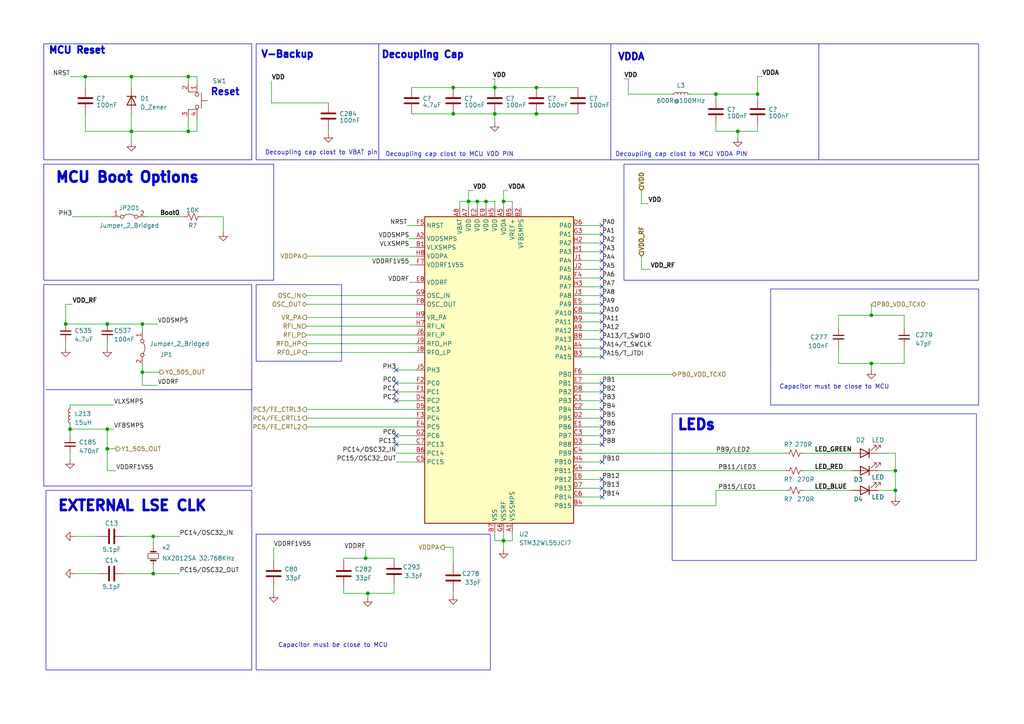
<source format=kicad_sch>
(kicad_sch (version 20230121) (generator eeschema)
  (paper "A4")
  (lib_symbols
    (symbol "Device:C" (pin_numbers hide) (pin_names (offset 0.254))
      (property "Reference" "C" (at 0.635 2.54 0))
      (property "Value" "C" (at 0.635 -2.54 0))
      (symbol "C_0_1"
        (polyline (pts (xy -2.032 -0.762) (xy 2.032 -0.762)) (stroke (width 0.508)))
        (polyline (pts (xy -2.032 0.762) (xy 2.032 0.762)) (stroke (width 0.508)))
      )
      (symbol "C_1_1"
        (pin passive line (at 0 3.81 270) (length 2.794) (name "~") (number "1"))
        (pin passive line (at 0 -3.81 90) (length 2.794) (name "~") (number "2"))
      )
    )
    (symbol "Device:C_Small" (pin_numbers hide) (pin_names (offset 0.254) hide)
      (property "Reference" "C" (at 0.254 1.778 0))
      (property "Value" "C_Small" (at 0.254 -2.032 0))
      (symbol "C_Small_0_1"
        (polyline (pts (xy -1.524 -0.508) (xy 1.524 -0.508)) (stroke (width 0.3302)))
        (polyline (pts (xy -1.524 0.508) (xy 1.524 0.508)) (stroke (width 0.3048)))
      )
      (symbol "C_Small_1_1"
        (pin passive line (at 0 2.54 270) (length 2.032) (name "~") (number "1"))
        (pin passive line (at 0 -2.54 90) (length 2.032) (name "~") (number "2"))
      )
    )
    (symbol "Device:Crystal_Small" (pin_numbers hide) (pin_names (offset 1.016) hide)
      (property "Reference" "Y" (at 0 2.54 0))
      (property "Value" "Crystal_Small" (at 0 -2.54 0))
      (symbol "Crystal_Small_0_1"
        (rectangle (start -0.762 -1.524) (end 0.762 1.524))
        (polyline (pts (xy -1.27 -0.762) (xy -1.27 0.762)) (stroke (width 0.381)))
        (polyline (pts (xy 1.27 -0.762) (xy 1.27 0.762)) (stroke (width 0.381)))
      )
      (symbol "Crystal_Small_1_1"
        (pin passive line (at -2.54 0 0) (length 1.27) (name "1") (number "1"))
        (pin passive line (at 2.54 0 180) (length 1.27) (name "2") (number "2"))
      )
    )
    (symbol "Device:D_Zener" (pin_numbers hide) (pin_names (offset 1.016) hide)
      (property "Reference" "D" (at 0 2.54 0))
      (property "Value" "D_Zener" (at 0 -2.54 0))
      (symbol "D_Zener_0_1"
        (polyline (pts (xy 1.27 0) (xy -1.27 0)))
        (polyline (pts (xy -1.27 -1.27) (xy -1.27 1.27) (xy -0.762 1.27)) (stroke (width 0.254)))
        (polyline (pts (xy 1.27 -1.27) (xy 1.27 1.27) (xy -1.27 0) (xy 1.27 -1.27)) (stroke (width 0.254)))
      )
      (symbol "D_Zener_1_1"
        (pin passive line (at -3.81 0 0) (length 2.54) (name "K") (number "1"))
        (pin passive line (at 3.81 0 180) (length 2.54) (name "A") (number "2"))
      )
    )
    (symbol "Device:LED" (pin_numbers hide) (pin_names (offset 1.016) hide)
      (property "Reference" "D" (at 0 2.54 0))
      (property "Value" "LED" (at 0 -2.54 0))
      (symbol "LED_0_1"
        (polyline (pts (xy -1.27 -1.27) (xy -1.27 1.27)) (stroke (width 0.254)))
        (polyline (pts (xy -1.27 0) (xy 1.27 0)))
        (polyline (pts (xy 1.27 -1.27) (xy 1.27 1.27) (xy -1.27 0) (xy 1.27 -1.27)) (stroke (width 0.254)))
        (polyline (pts (xy -3.048 -0.762) (xy -4.572 -2.286) (xy -3.81 -2.286) (xy -4.572 -2.286) (xy -4.572 -1.524)))
        (polyline (pts (xy -1.778 -0.762) (xy -3.302 -2.286) (xy -2.54 -2.286) (xy -3.302 -2.286) (xy -3.302 -1.524)))
      )
      (symbol "LED_1_1"
        (pin passive line (at -3.81 0 0) (length 2.54) (name "K") (number "1"))
        (pin passive line (at 3.81 0 180) (length 2.54) (name "A") (number "2"))
      )
    )
    (symbol "Device:L_Small" (pin_numbers hide) (pin_names (offset 0.254) hide)
      (property "Reference" "L" (at 0.762 1.016 0))
      (property "Value" "L_Small" (at 0.762 -1.016 0))
      (symbol "L_Small_0_1"
        (arc (start 0 -2.032) (mid 0.5058 -1.524) (end 0 -1.016))
        (arc (start 0 -1.016) (mid 0.5058 -0.508) (end 0 0))
        (arc (start 0 0) (mid 0.5058 0.508) (end 0 1.016))
        (arc (start 0 1.016) (mid 0.5058 1.524) (end 0 2.032))
      )
      (symbol "L_Small_1_1"
        (pin passive line (at 0 2.54 270) (length 0.508) (name "~") (number "1"))
        (pin passive line (at 0 -2.54 90) (length 0.508) (name "~") (number "2"))
      )
    )
    (symbol "Device:R_Small_US" (pin_numbers hide) (pin_names (offset 0.254) hide)
      (property "Reference" "R" (at 0.762 0.508 0))
      (property "Value" "R_Small_US" (at 0.762 -1.016 0))
      (symbol "R_Small_US_1_1"
        (polyline (pts (xy 0 0) (xy 1.016 -0.381) (xy 0 -0.762) (xy -1.016 -1.143) (xy 0 -1.524)))
        (polyline (pts (xy 0 1.524) (xy 1.016 1.143) (xy 0 0.762) (xy -1.016 0.381) (xy 0 0)))
        (pin passive line (at 0 2.54 270) (length 1.016) (name "~") (number "1"))
        (pin passive line (at 0 -2.54 90) (length 1.016) (name "~") (number "2"))
      )
    )
    (symbol "Jumper:Jumper_2_Bridged" (pin_names (offset 0) hide)
      (property "Reference" "JP" (at 0 1.905 0))
      (property "Value" "Jumper_2_Bridged" (at 0 -2.54 0))
      (symbol "Jumper_2_Bridged_0_0"
        (circle (center -2.032 0) (radius 0.508))
        (circle (center 2.032 0) (radius 0.508))
      )
      (symbol "Jumper_2_Bridged_0_1"
        (arc (start 1.524 0.254) (mid 0 0.762) (end -1.524 0.254))
      )
      (symbol "Jumper_2_Bridged_1_1"
        (pin passive line (at -5.08 0 0) (length 2.54) (name "A") (number "1"))
        (pin passive line (at 5.08 0 180) (length 2.54) (name "B") (number "2"))
      )
    )
    (symbol "MCU_ST_STM32WL:STM32WLE5JCIx"
      (property "Reference" "U2" (at 7.0359 -46.355 0))
      (property "Value" "STM32WL55JCI7" (at 7.0359 -48.895 0))
      (symbol "STM32WLE5JCIx_0_1"
        (rectangle (start -20.32 45.72) (end 22.86 -43.18) (stroke (width 0.254)) (fill (type background)))
      )
      (symbol "STM32WLE5JCIx_1_1"
        (pin power_in line (at 5.08 -45.72 90) (length 2.54) (name "VSSSMPS") (number "A1"))
        (pin power_in line (at -22.86 39.37 0) (length 2.54) (name "VDDSMPS") (number "A2"))
        (pin bidirectional line (at 25.4 7.62 180) (length 2.54) (name "PA14") (number "A4"))
        (pin power_in line (at 2.54 48.26 270) (length 2.54) (name "VDDA") (number "A5"))
        (pin power_in line (at -7.62 48.26 270) (length 2.54) (name "VDD") (number "A7"))
        (pin power_in line (at -10.16 48.26 270) (length 2.54) (name "VBAT") (number "A8"))
        (pin bidirectional line (at 25.4 12.7 180) (length 2.54) (name "PA12") (number "A9"))
        (pin power_in line (at -22.86 36.83 0) (length 2.54) (name "VLXSMPS") (number "B1"))
        (pin input line (at 7.62 48.26 270) (length 2.54) (name "VFBSMPS") (number "B2"))
        (pin bidirectional line (at 25.4 5.08 180) (length 2.54) (name "PA15") (number "B3"))
        (pin bidirectional line (at 25.4 -38.1 180) (length 2.54) (name "PB15") (number "B4"))
        (pin input line (at 5.08 48.26 270) (length 2.54) (name "VREF+") (number "B5"))
        (pin bidirectional line (at -22.86 -22.86 0) (length 2.54) (name "PC14") (number "B6"))
        (pin power_in line (at 0 -45.72 90) (length 2.54) (name "VSS") (number "B7"))
        (pin bidirectional line (at 25.4 10.16 180) (length 2.54) (name "PA13") (number "B8"))
        (pin bidirectional line (at 25.4 15.24 180) (length 2.54) (name "PA11") (number "B9"))
        (pin bidirectional line (at 25.4 -7.62 180) (length 2.54) (name "PB3") (number "C1"))
        (pin bidirectional line (at 25.4 -10.16 180) (length 2.54) (name "PB4") (number "C2"))
        (pin bidirectional line (at 25.4 -17.78 180) (length 2.54) (name "PB7") (number "C3"))
        (pin bidirectional line (at 25.4 -22.86 180) (length 2.54) (name "PB9") (number "C4"))
        (pin bidirectional line (at -22.86 -25.4 0) (length 2.54) (name "PC15") (number "C5"))
        (pin bidirectional line (at 25.4 -35.56 180) (length 2.54) (name "PB14") (number "C6"))
        (pin bidirectional line (at -22.86 -20.32 0) (length 2.54) (name "PC13") (number "C7"))
        (pin bidirectional line (at 25.4 17.78 180) (length 2.54) (name "PA10") (number "C8"))
        (pin bidirectional line (at 25.4 -12.7 180) (length 2.54) (name "PB5") (number "D2"))
        (pin bidirectional line (at 25.4 -20.32 180) (length 2.54) (name "PB8") (number "D3"))
        (pin bidirectional line (at -22.86 -7.62 0) (length 2.54) (name "PC2") (number "D4"))
        (pin bidirectional line (at -22.86 -10.16 0) (length 2.54) (name "PC3") (number "D5"))
        (pin bidirectional line (at 25.4 43.18 180) (length 2.54) (name "PA0") (number "D6"))
        (pin bidirectional line (at 25.4 -33.02 180) (length 2.54) (name "PB13") (number "D7"))
        (pin bidirectional line (at 25.4 -5.08 180) (length 2.54) (name "PB2") (number "D8"))
        (pin passive line (at 0 -45.72 90) (length 2.54) hide (name "VSS") (number "D9"))
        (pin bidirectional line (at 25.4 -15.24 180) (length 2.54) (name "PB6") (number "E1"))
        (pin power_in line (at -5.08 48.26 270) (length 2.54) (name "VDD") (number "E2"))
        (pin passive line (at 0 -45.72 90) (length 2.54) hide (name "VSS") (number "E3"))
        (pin bidirectional line (at -22.86 -15.24 0) (length 2.54) (name "PC5") (number "E4"))
        (pin bidirectional line (at 25.4 20.32 180) (length 2.54) (name "PA9") (number "E5"))
        (pin bidirectional line (at 25.4 -30.48 180) (length 2.54) (name "PB12") (number "E6"))
        (pin bidirectional line (at 25.4 -2.54 180) (length 2.54) (name "PB1") (number "E7"))
        (pin power_in line (at -22.86 26.67 0) (length 2.54) (name "VDDRF") (number "E8"))
        (pin power_in line (at -2.54 48.26 270) (length 2.54) (name "VDD") (number "E9"))
        (pin bidirectional line (at -22.86 -5.08 0) (length 2.54) (name "PC1") (number "F1"))
        (pin bidirectional line (at -22.86 -2.54 0) (length 2.54) (name "PC0") (number "F2"))
        (pin bidirectional line (at -22.86 -12.7 0) (length 2.54) (name "PC4") (number "F3"))
        (pin bidirectional line (at 25.4 27.94 180) (length 2.54) (name "PA6") (number "F4"))
        (pin input line (at -22.86 43.18 0) (length 2.54) (name "NRST") (number "F5"))
        (pin bidirectional line (at 25.4 0 180) (length 2.54) (name "PB0") (number "F6"))
        (pin power_in line (at -22.86 31.75 0) (length 2.54) (name "VDDRF1V55") (number "F7"))
        (pin input line (at -22.86 20.32 0) (length 2.54) (name "OSC_OUT") (number "F8"))
        (pin bidirectional line (at -22.86 -17.78 0) (length 2.54) (name "PC6") (number "G2"))
        (pin bidirectional line (at 25.4 40.64 180) (length 2.54) (name "PA1") (number "G3"))
        (pin bidirectional line (at 25.4 -27.94 180) (length 2.54) (name "PB11") (number "G4"))
        (pin passive line (at 0 -45.72 90) (length 2.54) hide (name "VSS") (number "G5"))
        (pin power_in line (at 2.54 -45.72 90) (length 2.54) (name "VSSRF") (number "G6"))
        (pin passive line (at 2.54 -45.72 90) (length 2.54) hide (name "VSSRF") (number "G7"))
        (pin passive line (at 2.54 -45.72 90) (length 2.54) hide (name "VSSRF") (number "G8"))
        (pin input line (at -22.86 22.86 0) (length 2.54) (name "OSC_IN") (number "G9"))
        (pin bidirectional line (at 25.4 35.56 180) (length 2.54) (name "PA3") (number "H1"))
        (pin bidirectional line (at 25.4 38.1 180) (length 2.54) (name "PA2") (number "H2"))
        (pin bidirectional line (at 25.4 25.4 180) (length 2.54) (name "PA7") (number "H3"))
        (pin bidirectional line (at 25.4 -25.4 180) (length 2.54) (name "PB10") (number "H4"))
        (pin power_in line (at 0 48.26 270) (length 2.54) (name "VDD") (number "H5"))
        (pin passive line (at 2.54 -45.72 90) (length 2.54) hide (name "VSSRF") (number "H6"))
        (pin bidirectional line (at -22.86 13.97 0) (length 2.54) (name "RFI_N") (number "H7"))
        (pin power_in line (at -22.86 34.29 0) (length 2.54) (name "VDDPA") (number "H8"))
        (pin power_in line (at -22.86 16.51 0) (length 2.54) (name "VR_PA") (number "H9"))
        (pin bidirectional line (at 25.4 33.02 180) (length 2.54) (name "PA4") (number "J1"))
        (pin bidirectional line (at 25.4 30.48 180) (length 2.54) (name "PA5") (number "J2"))
        (pin bidirectional line (at 25.4 22.86 180) (length 2.54) (name "PA8") (number "J3"))
        (pin bidirectional line (at -22.86 1.27 0) (length 2.54) (name "PH3") (number "J5"))
        (pin bidirectional line (at -22.86 11.43 0) (length 2.54) (name "RFI_P") (number "J6"))
        (pin bidirectional line (at -22.86 6.35 0) (length 2.54) (name "RFO_LP") (number "J8"))
        (pin bidirectional line (at -22.86 8.89 0) (length 2.54) (name "RFO_HP") (number "J9"))
      )
    )
    (symbol "Switch:SW_MEC_5E" (pin_names (offset 1.016) hide)
      (property "Reference" "SW" (at 0.635 5.715 0))
      (property "Value" "SW_MEC_5E" (at 0 -3.175 0))
      (symbol "SW_MEC_5E_0_1"
        (circle (center -1.778 2.54) (radius 0.508))
        (polyline (pts (xy -2.286 3.81) (xy 2.286 3.81)))
        (polyline (pts (xy 0 3.81) (xy 0 5.588)))
        (polyline (pts (xy -2.54 0) (xy -2.54 2.54) (xy -2.286 2.54)))
        (polyline (pts (xy 2.54 0) (xy 2.54 2.54) (xy 2.286 2.54)))
        (circle (center 1.778 2.54) (radius 0.508))
        (pin passive line (at -5.08 2.54 0) (length 2.54) (name "1") (number "1"))
        (pin passive line (at -5.08 0 0) (length 2.54) (name "2") (number "2"))
        (pin passive line (at 5.08 0 180) (length 2.54) (name "K") (number "3"))
        (pin passive line (at 5.08 2.54 180) (length 2.54) (name "A") (number "4"))
      )
    )
    (symbol "power:GND" (power) (pin_names (offset 0))
      (property "Value" "GND" (at 0 -3.81 0))
      (symbol "GND_0_1"
        (polyline (pts (xy 0 0) (xy 0 -1.27) (xy 1.27 -1.27) (xy 0 -2.54) (xy -1.27 -1.27) (xy 0 -1.27)))
      )
      (symbol "GND_1_1"
        (pin power_in line (at 0 0 270) (length 0) hide (name "GND") (number "1"))
      )
    )
  )
  (junction (at 146.05 58.42))
  (junction (at 54.61 22.225))
  (junction (at 259.715 142.24))
  (junction (at 19.05 93.98))
  (junction (at 41.275 107.95))
  (junction (at 106.68 172.085))
  (junction (at 54.61 38.1))
  (junction (at 135.89 58.42))
  (junction (at 146.05 156.845))
  (junction (at 31.115 93.98))
  (junction (at 20.32 124.46))
  (junction (at 131.445 33.02))
  (junction (at 213.995 38.1))
  (junction (at 252.73 105.41))
  (junction (at 31.115 124.46))
  (junction (at 38.1 22.225))
  (junction (at 143.51 25.4))
  (junction (at 31.115 130.175))
  (junction (at 38.1 38.1))
  (junction (at 106.045 161.925))
  (junction (at 41.275 93.98))
  (junction (at 252.73 91.44))
  (junction (at 143.51 33.02))
  (junction (at 138.43 58.42))
  (junction (at 131.445 25.4))
  (junction (at 259.715 136.525))
  (junction (at 44.45 155.575))
  (junction (at 24.765 22.225))
  (junction (at 44.45 166.37))
  (junction (at 207.645 27.305))
  (junction (at 155.575 33.02))
  (junction (at 140.97 58.42))
  (junction (at 155.575 25.4))
  (junction (at 219.71 27.305))
  (no_connect (at 174.625 85.725))
  (no_connect (at 174.625 141.605))
  (no_connect (at 174.625 144.145))
  (no_connect (at 174.625 126.365))
  (no_connect (at 174.625 88.265))
  (no_connect (at 174.625 116.205))
  (no_connect (at 174.625 78.105))
  (no_connect (at 174.625 93.345))
  (no_connect (at 174.625 103.505))
  (no_connect (at 174.625 70.485))
  (no_connect (at 174.625 67.945))
  (no_connect (at 114.935 107.315))
  (no_connect (at 174.625 95.885))
  (no_connect (at 174.625 98.425))
  (no_connect (at 174.625 80.645))
  (no_connect (at 174.625 83.185))
  (no_connect (at 174.625 133.985))
  (no_connect (at 174.625 90.805))
  (no_connect (at 174.625 139.065))
  (no_connect (at 174.625 65.405))
  (no_connect (at 174.625 123.825))
  (no_connect (at 174.625 111.125))
  (no_connect (at 174.625 100.965))
  (no_connect (at 114.935 111.125))
  (no_connect (at 174.625 121.285))
  (no_connect (at 114.935 113.665))
  (no_connect (at 174.625 75.565))
  (no_connect (at 114.935 116.205))
  (no_connect (at 114.935 128.905))
  (no_connect (at 174.625 118.745))
  (no_connect (at 174.625 128.905))
  (no_connect (at 114.935 126.365))
  (no_connect (at 174.625 73.025))
  (no_connect (at 174.625 113.665))
  (wire (pts (xy 118.745 81.915) (xy 120.65 81.915)))
  (wire (pts (xy 19.05 99.06) (xy 19.05 100.965)))
  (wire (pts (xy 213.995 38.1) (xy 213.995 40.005)))
  (wire (pts (xy 259.715 136.525) (xy 259.715 142.24)))
  (wire (pts (xy 88.9 94.615) (xy 120.65 94.615)))
  (wire (pts (xy 168.91 128.905) (xy 174.625 128.905)))
  (wire (pts (xy 131.445 171.45) (xy 131.445 172.72)))
  (wire (pts (xy 41.275 106.045) (xy 41.275 107.95)))
  (wire (pts (xy 118.745 69.215) (xy 120.65 69.215)))
  (wire (pts (xy 120.65 118.745) (xy 88.9 118.745)))
  (wire (pts (xy 186.055 74.295) (xy 186.055 78.105)))
  (wire (pts (xy 243.205 91.44) (xy 252.73 91.44)))
  (wire (pts (xy 146.05 154.305) (xy 146.05 156.845)))
  (wire (pts (xy 168.91 141.605) (xy 174.625 141.605)))
  (wire (pts (xy 252.73 91.44) (xy 262.255 91.44)))
  (wire (pts (xy 252.73 88.265) (xy 252.73 91.44)))
  (wire (pts (xy 168.91 88.265) (xy 174.625 88.265)))
  (wire (pts (xy 207.645 142.24) (xy 207.645 146.685)))
  (wire (pts (xy 143.51 33.02) (xy 155.575 33.02)))
  (wire (pts (xy 42.545 62.865) (xy 53.34 62.865)))
  (wire (pts (xy 168.91 65.405) (xy 174.625 65.405)))
  (wire (pts (xy 118.11 65.405) (xy 120.65 65.405)))
  (wire (pts (xy 88.9 99.695) (xy 120.65 99.695)))
  (wire (pts (xy 146.05 156.845) (xy 148.59 156.845)))
  (wire (pts (xy 186.055 55.245) (xy 186.055 59.055)))
  (wire (pts (xy 78.74 29.845) (xy 95.25 29.845)))
  (wire (pts (xy 31.115 99.06) (xy 31.115 100.965)))
  (wire (pts (xy 54.61 34.29) (xy 54.61 38.1)))
  (wire (pts (xy 252.73 105.41) (xy 262.255 105.41)))
  (wire (pts (xy 143.51 22.86) (xy 143.51 25.4)))
  (wire (pts (xy 119.38 33.02) (xy 131.445 33.02)))
  (wire (pts (xy 20.32 117.475) (xy 20.32 118.11)))
  (wire (pts (xy 168.91 80.645) (xy 174.625 80.645)))
  (wire (pts (xy 24.765 22.225) (xy 24.765 25.4)))
  (wire (pts (xy 114.935 107.315) (xy 120.65 107.315)))
  (wire (pts (xy 118.745 76.835) (xy 120.65 76.835)))
  (wire (pts (xy 168.91 133.985) (xy 174.625 133.985)))
  (wire (pts (xy 143.51 156.845) (xy 146.05 156.845)))
  (wire (pts (xy 118.745 71.755) (xy 120.65 71.755)))
  (wire (pts (xy 24.765 22.225) (xy 20.32 22.225)))
  (wire (pts (xy 41.275 111.76) (xy 41.275 107.95)))
  (wire (pts (xy 168.91 118.745) (xy 174.625 118.745)))
  (wire (pts (xy 38.1 22.225) (xy 38.1 25.4)))
  (wire (pts (xy 120.65 116.205) (xy 114.935 116.205)))
  (wire (pts (xy 54.61 22.225) (xy 54.61 24.13)))
  (wire (pts (xy 20.32 131.445) (xy 20.32 133.35)))
  (wire (pts (xy 252.73 105.41) (xy 252.73 107.315)))
  (wire (pts (xy 243.205 100.33) (xy 243.205 105.41)))
  (wire (pts (xy 88.9 97.155) (xy 120.65 97.155)))
  (wire (pts (xy 78.74 23.495) (xy 78.74 29.845)))
  (wire (pts (xy 38.1 38.1) (xy 38.1 41.275)))
  (wire (pts (xy 207.645 36.195) (xy 207.645 38.1)))
  (wire (pts (xy 31.115 124.46) (xy 20.32 124.46)))
  (wire (pts (xy 168.91 111.125) (xy 174.625 111.125)))
  (wire (pts (xy 19.05 88.265) (xy 20.955 88.265)))
  (wire (pts (xy 233.045 142.24) (xy 247.015 142.24)))
  (wire (pts (xy 168.91 78.105) (xy 174.625 78.105)))
  (wire (pts (xy 168.91 75.565) (xy 174.625 75.565)))
  (wire (pts (xy 135.89 60.325) (xy 135.89 58.42)))
  (wire (pts (xy 31.115 124.46) (xy 31.115 130.175)))
  (wire (pts (xy 33.02 117.475) (xy 20.32 117.475)))
  (wire (pts (xy 106.045 161.925) (xy 114.3 161.925)))
  (wire (pts (xy 41.275 107.95) (xy 46.355 107.95)))
  (wire (pts (xy 207.645 27.305) (xy 207.645 28.575)))
  (wire (pts (xy 186.055 59.055) (xy 187.96 59.055)))
  (wire (pts (xy 259.715 142.24) (xy 259.715 144.145)))
  (wire (pts (xy 44.45 155.575) (xy 52.07 155.575)))
  (polyline (pts (xy 237.49 12.7) (xy 237.49 46.355)))
  (wire (pts (xy 155.575 25.4) (xy 167.64 25.4)))
  (wire (pts (xy 243.205 91.44) (xy 243.205 95.25)))
  (wire (pts (xy 128.905 158.75) (xy 131.445 158.75)))
  (wire (pts (xy 140.97 58.42) (xy 143.51 58.42)))
  (wire (pts (xy 57.15 22.225) (xy 54.61 22.225)))
  (wire (pts (xy 79.375 158.75) (xy 79.375 162.56)))
  (wire (pts (xy 54.61 22.225) (xy 38.1 22.225)))
  (wire (pts (xy 135.89 55.245) (xy 137.16 55.245)))
  (wire (pts (xy 168.91 90.805) (xy 174.625 90.805)))
  (wire (pts (xy 31.115 130.175) (xy 31.115 136.525)))
  (wire (pts (xy 168.91 67.945) (xy 174.625 67.945)))
  (wire (pts (xy 168.91 126.365) (xy 174.625 126.365)))
  (wire (pts (xy 88.9 85.725) (xy 120.65 85.725)))
  (wire (pts (xy 168.91 103.505) (xy 174.625 103.505)))
  (wire (pts (xy 168.91 116.205) (xy 174.625 116.205)))
  (wire (pts (xy 243.205 105.41) (xy 252.73 105.41)))
  (wire (pts (xy 88.9 102.235) (xy 120.65 102.235)))
  (wire (pts (xy 259.715 142.24) (xy 254.635 142.24)))
  (wire (pts (xy 146.05 58.42) (xy 148.59 58.42)))
  (wire (pts (xy 219.71 27.305) (xy 219.71 28.575)))
  (wire (pts (xy 31.115 93.98) (xy 41.275 93.98)))
  (wire (pts (xy 168.91 108.585) (xy 194.945 108.585)))
  (wire (pts (xy 143.51 35.56) (xy 143.51 33.02)))
  (wire (pts (xy 135.89 58.42) (xy 133.35 58.42)))
  (wire (pts (xy 213.995 38.1) (xy 219.71 38.1)))
  (polyline (pts (xy 13.335 113.03) (xy 17.145 113.03)))
  (wire (pts (xy 140.97 58.42) (xy 140.97 60.325)))
  (wire (pts (xy 168.91 100.965) (xy 174.625 100.965)))
  (polyline (pts (xy 177.165 12.7) (xy 177.165 46.355)))
  (wire (pts (xy 119.38 25.4) (xy 131.445 25.4)))
  (wire (pts (xy 262.255 91.44) (xy 262.255 95.25)))
  (wire (pts (xy 168.91 98.425) (xy 174.625 98.425)))
  (wire (pts (xy 131.445 25.4) (xy 143.51 25.4)))
  (wire (pts (xy 44.45 166.37) (xy 52.07 166.37)))
  (wire (pts (xy 120.65 113.665) (xy 114.935 113.665)))
  (wire (pts (xy 207.645 146.685) (xy 168.91 146.685)))
  (wire (pts (xy 99.695 172.085) (xy 106.68 172.085)))
  (wire (pts (xy 38.1 33.02) (xy 38.1 38.1)))
  (wire (pts (xy 146.05 55.245) (xy 147.32 55.245)))
  (wire (pts (xy 31.115 136.525) (xy 33.655 136.525)))
  (wire (pts (xy 182.245 22.86) (xy 182.245 27.305)))
  (wire (pts (xy 219.71 22.225) (xy 219.71 27.305)))
  (wire (pts (xy 120.65 121.285) (xy 88.9 121.285)))
  (wire (pts (xy 44.45 163.83) (xy 44.45 166.37)))
  (wire (pts (xy 33.02 124.46) (xy 31.115 124.46)))
  (wire (pts (xy 120.65 126.365) (xy 114.935 126.365)))
  (wire (pts (xy 88.9 74.295) (xy 120.65 74.295)))
  (wire (pts (xy 254.635 136.525) (xy 259.715 136.525)))
  (wire (pts (xy 64.77 62.865) (xy 58.42 62.865)))
  (wire (pts (xy 24.765 38.1) (xy 38.1 38.1)))
  (wire (pts (xy 138.43 58.42) (xy 140.97 58.42)))
  (wire (pts (xy 219.71 38.1) (xy 219.71 36.195)))
  (wire (pts (xy 120.65 133.985) (xy 114.935 133.985)))
  (wire (pts (xy 146.05 60.325) (xy 146.05 58.42)))
  (wire (pts (xy 146.05 55.245) (xy 146.05 58.42)))
  (wire (pts (xy 146.05 156.845) (xy 146.05 159.385)))
  (wire (pts (xy 21.59 166.37) (xy 28.575 166.37)))
  (wire (pts (xy 20.32 126.365) (xy 20.32 124.46)))
  (wire (pts (xy 19.05 93.98) (xy 31.115 93.98)))
  (wire (pts (xy 182.245 27.305) (xy 194.945 27.305)))
  (wire (pts (xy 38.1 38.1) (xy 54.61 38.1)))
  (wire (pts (xy 219.71 22.225) (xy 220.98 22.225)))
  (wire (pts (xy 168.91 95.885) (xy 174.625 95.885)))
  (wire (pts (xy 135.89 55.245) (xy 135.89 58.42)))
  (wire (pts (xy 20.955 62.865) (xy 32.385 62.865)))
  (wire (pts (xy 143.51 58.42) (xy 143.51 60.325)))
  (wire (pts (xy 168.91 131.445) (xy 227.965 131.445)))
  (wire (pts (xy 168.91 123.825) (xy 174.625 123.825)))
  (wire (pts (xy 131.445 33.02) (xy 143.51 33.02)))
  (wire (pts (xy 64.77 67.31) (xy 64.77 62.865)))
  (wire (pts (xy 168.91 121.285) (xy 174.625 121.285)))
  (wire (pts (xy 168.91 85.725) (xy 174.625 85.725)))
  (wire (pts (xy 168.91 73.025) (xy 174.625 73.025)))
  (wire (pts (xy 254.635 131.445) (xy 259.715 131.445)))
  (wire (pts (xy 114.3 172.085) (xy 114.3 169.545)))
  (wire (pts (xy 19.05 88.265) (xy 19.05 93.98)))
  (wire (pts (xy 168.91 139.065) (xy 174.625 139.065)))
  (wire (pts (xy 45.72 111.76) (xy 41.275 111.76)))
  (wire (pts (xy 95.25 37.465) (xy 95.25 38.735)))
  (wire (pts (xy 36.195 155.575) (xy 44.45 155.575)))
  (wire (pts (xy 233.045 131.445) (xy 247.015 131.445)))
  (wire (pts (xy 168.91 70.485) (xy 174.625 70.485)))
  (wire (pts (xy 41.275 93.98) (xy 41.275 95.885)))
  (wire (pts (xy 186.055 78.105) (xy 188.595 78.105)))
  (wire (pts (xy 88.9 88.265) (xy 120.65 88.265)))
  (wire (pts (xy 54.61 38.1) (xy 57.15 38.1)))
  (wire (pts (xy 24.765 33.02) (xy 24.765 38.1)))
  (wire (pts (xy 79.375 170.18) (xy 79.375 172.085)))
  (wire (pts (xy 148.59 58.42) (xy 148.59 60.325)))
  (wire (pts (xy 106.045 159.385) (xy 106.045 161.925)))
  (wire (pts (xy 168.91 144.145) (xy 174.625 144.145)))
  (wire (pts (xy 120.65 131.445) (xy 114.935 131.445)))
  (wire (pts (xy 207.645 27.305) (xy 219.71 27.305)))
  (wire (pts (xy 20.32 124.46) (xy 20.32 123.19)))
  (wire (pts (xy 155.575 33.02) (xy 167.64 33.02)))
  (wire (pts (xy 99.695 170.18) (xy 99.695 172.085)))
  (wire (pts (xy 57.15 24.13) (xy 57.15 22.225)))
  (wire (pts (xy 138.43 58.42) (xy 138.43 60.325)))
  (wire (pts (xy 120.65 111.125) (xy 114.935 111.125)))
  (wire (pts (xy 207.645 38.1) (xy 213.995 38.1)))
  (wire (pts (xy 207.645 142.24) (xy 227.965 142.24)))
  (wire (pts (xy 38.1 22.225) (xy 24.765 22.225)))
  (wire (pts (xy 131.445 158.75) (xy 131.445 163.83)))
  (wire (pts (xy 31.115 130.175) (xy 33.655 130.175)))
  (wire (pts (xy 168.91 83.185) (xy 174.625 83.185)))
  (wire (pts (xy 106.045 161.925) (xy 99.695 161.925)))
  (wire (pts (xy 36.195 166.37) (xy 44.45 166.37)))
  (wire (pts (xy 143.51 154.305) (xy 143.51 156.845)))
  (wire (pts (xy 120.65 128.905) (xy 114.935 128.905)))
  (polyline (pts (xy 17.145 113.03) (xy 73.025 113.03)))
  (polyline (pts (xy 109.855 12.7) (xy 109.855 46.355)))
  (wire (pts (xy 168.91 93.345) (xy 174.625 93.345)))
  (wire (pts (xy 88.9 123.825) (xy 120.65 123.825)))
  (wire (pts (xy 106.68 172.085) (xy 114.3 172.085)))
  (wire (pts (xy 168.91 113.665) (xy 174.625 113.665)))
  (wire (pts (xy 21.59 155.575) (xy 28.575 155.575)))
  (wire (pts (xy 180.975 22.86) (xy 182.245 22.86)))
  (wire (pts (xy 168.91 136.525) (xy 227.965 136.525)))
  (wire (pts (xy 148.59 156.845) (xy 148.59 154.305)))
  (wire (pts (xy 259.715 131.445) (xy 259.715 136.525)))
  (wire (pts (xy 135.89 58.42) (xy 138.43 58.42)))
  (wire (pts (xy 143.51 25.4) (xy 155.575 25.4)))
  (wire (pts (xy 133.35 58.42) (xy 133.35 60.325)))
  (wire (pts (xy 200.025 27.305) (xy 207.645 27.305)))
  (wire (pts (xy 88.9 92.075) (xy 120.65 92.075)))
  (wire (pts (xy 57.15 38.1) (xy 57.15 34.29)))
  (wire (pts (xy 142.875 22.86) (xy 143.51 22.86)))
  (wire (pts (xy 106.68 172.085) (xy 106.68 173.355)))
  (wire (pts (xy 44.45 158.75) (xy 44.45 155.575)))
  (wire (pts (xy 41.275 93.98) (xy 45.72 93.98)))
  (wire (pts (xy 99.695 161.925) (xy 99.695 162.56)))
  (wire (pts (xy 262.255 105.41) (xy 262.255 100.33)))
  (wire (pts (xy 233.045 136.525) (xy 247.015 136.525)))
  (rectangle (start 12.7 12.7) (end 73.025 46.355))
  (rectangle (start 12.7 47.625) (end 79.375 81.28))
  (rectangle (start 13.335 142.24) (end 73.025 194.31))
  (rectangle (start 74.295 82.55) (end 99.06 104.775))
  (rectangle (start 74.295 154.94) (end 142.24 194.31))
  (rectangle (start 180.975 47.625) (end 283.845 81.28))
  (rectangle (start 223.52 83.82) (end 283.845 117.475))
  (rectangle (start 74.295 12.7) (end 283.845 46.355))
  (rectangle (start 12.7 82.55) (end 73.025 140.97))
  (rectangle (start 194.945 120.015) (end 283.21 162.56))
  (text "VDDA\n" (at 179.07 17.78 0) (effects (font (size 2 2) (thickness 1) bold) (justify left bottom)))
  (text "MCU Boot Options" (at 15.875 53.34 0) (effects (font (size 3 3) (thickness 1) bold) (justify left bottom)))
  (text "LEDs\n" (at 196.215 125.095 0) (effects (font (size 3 3) (thickness 1) bold) (justify left bottom)))
  (text "Capacitor must be close to MCU\n" (at 80.645 187.96 0) (effects (font (size 1.27 1.27)) (justify left bottom)))
  (text "Decoupling cap clost to MCU VDDA PIN\n\n" (at 178.435 47.625 0) (effects (font (size 1.27 1.27)) (justify left bottom)))
  (text "Decoupling Cap\n" (at 110.49 17.145 0) (effects (font (size 2 2) (thickness 1) bold) (justify left bottom)))
  (text "MCU Reset" (at 13.97 15.875 0) (effects (font (size 2 2) (thickness 1) bold) (justify left bottom)))
  (text "Decoupling cap clost to VBAT pin\n" (at 76.835 45.085 0) (effects (font (size 1.27 1.27)) (justify left bottom)))
  (text "Decoupling cap clost to MCU VDD PIN\n\n" (at 111.76 47.625 0) (effects (font (size 1.27 1.27)) (justify left bottom)))
  (text "Capacitor must be close to MCU\n" (at 226.06 113.03 0) (effects (font (size 1.27 1.27)) (justify left bottom)))
  (text "V-Backup\n\n\n" (at 75.565 23.495 0) (effects (font (size 2 2) (thickness 1) bold) (justify left bottom)))
  (text "EXTERNAL LSE CLK\n" (at 16.51 148.59 0) (effects (font (size 3 3) (thickness 1) bold) (justify left bottom)))
  (text "Reset" (at 60.96 27.94 0) (effects (font (size 2 2) (thickness 0.4) bold) (justify left bottom)))
  (label "PA13{slash}T_SWDIO" (at 174.625 98.425 0))
  (label "LED_BLUE" (at 236.22 142.24 0) (effects (font bold)))
  (label "PA3" (at 174.625 73.025 0))
  (label "VDDRF1V55" (at 33.655 136.525 0))
  (label "PC2" (at 114.935 116.205 180))
  (label "PA11" (at 174.625 93.345 0))
  (label "VDD" (at 137.16 55.245 0) (effects (font bold)))
  (label "VDD" (at 78.74 23.495 0) (effects (font bold)))
  (label "PB14" (at 174.625 144.145 0))
  (label "VDD" (at 180.975 22.86 0) (effects (font bold)))
  (label "VLXSMPS" (at 33.02 117.475 0))
  (label "PB12" (at 174.625 139.065 0))
  (label "PH3" (at 114.935 107.315 180))
  (label "VDDSMPS" (at 45.72 93.98 0))
  (label "VDDRF1V55" (at 79.375 158.75 0))
  (label "NRST" (at 20.32 22.225 180))
  (label "PC15{slash}OSC32_OUT" (at 52.07 166.37 0))
  (label "PB13" (at 174.625 141.605 0))
  (label "NRST" (at 118.11 65.405 180))
  (label "VDDRF1V55" (at 118.745 76.835 180))
  (label "LED_GREEN" (at 236.22 131.445 0) (effects (font bold)))
  (label "PA15{slash}T_JTDI" (at 174.625 103.505 0))
  (label "PA6" (at 174.625 80.645 0))
  (label "PC6" (at 114.935 126.365 180))
  (label "LED_RED" (at 236.22 136.525 0) (effects (font bold)))
  (label "PA7" (at 174.625 83.185 0))
  (label "PB4" (at 174.625 118.745 0))
  (label "PH3" (at 20.955 62.865 180))
  (label "VDDRF" (at 106.045 159.385 180))
  (label "PC15{slash}OSC32_OUT" (at 114.935 133.985 180))
  (label "VFBSMPS" (at 33.02 124.46 0))
  (label "VDD_RF" (at 188.595 78.105 0) (effects (font bold)))
  (label "PB7" (at 174.625 126.365 0))
  (label "VDDSMPS" (at 118.745 69.215 180))
  (label "PA9" (at 174.625 88.265 0))
  (label "PC14{slash}OSC32_IN" (at 114.935 131.445 180))
  (label "PC13" (at 114.935 128.905 180))
  (label "PB9{slash}LED2" (at 207.645 131.445 0))
  (label "PA2" (at 174.625 70.485 0))
  (label "PA14{slash}T_SWCLK" (at 174.625 100.965 0))
  (label "PA12" (at 174.625 95.885 0))
  (label "PC1" (at 114.935 113.665 180))
  (label "PB3" (at 174.625 116.205 0))
  (label "PA5" (at 174.625 78.105 0))
  (label "VDD" (at 187.96 59.055 0) (effects (font bold)))
  (label "PB5" (at 174.625 121.285 0))
  (label "PA10" (at 174.625 90.805 0))
  (label "VDDA" (at 147.32 55.245 0) (effects (font bold)))
  (label "VDD_RF" (at 20.955 88.265 0) (effects (font bold)))
  (label "PA8" (at 174.625 85.725 0))
  (label "VDD" (at 142.875 22.86 0) (effects (font bold)))
  (label "PB11{slash}LED3" (at 208.28 136.525 0))
  (label "PC14{slash}OSC32_IN" (at 52.07 155.575 0))
  (label "PB15{slash}LED1" (at 208.28 142.24 0))
  (label "PB10" (at 174.625 133.985 0))
  (label "VDDRF" (at 45.72 111.76 0))
  (label "VLXSMPS" (at 118.745 71.755 180))
  (label "VDDRF" (at 118.745 81.915 180))
  (label "PA4" (at 174.625 75.565 0))
  (label "PB1" (at 174.625 111.125 0))
  (label "PB8" (at 174.625 128.905 0))
  (label "PB6" (at 174.625 123.825 0))
  (label "PA1" (at 174.625 67.945 0))
  (label "Boot0" (at 46.355 62.865 0) (effects (font bold)))
  (label "VDDA" (at 220.98 22.225 0) (effects (font bold)))
  (label "PA0" (at 174.625 65.405 0))
  (label "PC0" (at 114.935 111.125 180))
  (label "PB2" (at 174.625 113.665 0))
  (hierarchical_label "PB0_VDD_TCXO" (shape bidirectional) (at 194.945 108.585 0))
  (hierarchical_label "VDD_RF" (shape input) (at 186.055 74.295 90) (effects (font bold)))
  (hierarchical_label "RFI_N" (shape input) (at 88.9 94.615 180))
  (hierarchical_label "VDDPA" (shape output) (at 128.905 158.75 180))
  (hierarchical_label "VDDPA" (shape output) (at 88.9 74.295 180))
  (hierarchical_label "PB0_VDD_TCXO" (shape input) (at 252.73 88.265 0))
  (hierarchical_label "RFO_HP" (shape output) (at 88.9 99.695 180))
  (hierarchical_label "Y1_505_OUT" (shape output) (at 33.655 130.175 0))
  (hierarchical_label "RFI_P" (shape input) (at 88.9 97.155 180))
  (hierarchical_label "RFO_LP" (shape output) (at 88.9 102.235 180))
  (hierarchical_label "VDD" (shape input) (at 186.055 55.245 90) (effects (font bold)))
  (hierarchical_label "PC3{slash}FE_CTRL3" (shape output) (at 88.9 118.745 180))
  (hierarchical_label "OSC_OUT" (shape bidirectional) (at 88.9 88.265 180))
  (hierarchical_label "PC4{slash}FE_CRTL1" (shape output) (at 88.9 121.285 180))
  (hierarchical_label "OSC_IN" (shape bidirectional) (at 88.9 85.725 180))
  (hierarchical_label "PC5{slash}FE_CRTL2" (shape output) (at 88.9 123.825 180))
  (hierarchical_label "Y0_505_OUT" (shape output) (at 46.355 107.95 0))
  (hierarchical_label "VR_PA" (shape output) (at 88.9 92.075 180))
  (symbol (lib_id "Jumper:Jumper_2_Bridged") (at 41.275 100.965 270) (unit 1)
    (property "Reference" "JP1" (at 48.26 102.87 90))
    (property "Value" "Jumper_2_Bridged" (at 52.07 99.695 90))
  )
  (symbol (lib_id "Device:C") (at 155.575 29.21 0) (unit 1)
    (property "Reference" "C?" (at 158.75 28.575 0) (effects (justify left)))
    (property "Value" "100nF" (at 158.75 30.48 0) (effects (justify left)))
  )
  (symbol (lib_id "Device:C") (at 131.445 167.64 180) (unit 1)
    (property "Reference" "C278" (at 136.525 166.37 0))
    (property "Value" "33pF" (at 137.16 168.91 0))
  )
  (symbol (lib_id "Device:D_Zener") (at 38.1 29.21 270) (unit 1)
    (property "Reference" "D1" (at 40.64 28.575 90) (effects (justify left)))
    (property "Value" "D_Zener" (at 40.64 31.115 90) (effects (justify left)))
  )
  (symbol (lib_id "Device:C_Small") (at 262.255 97.79 0) (unit 1)
    (property "Reference" "C279" (at 265.43 97.1613 0) (effects (justify left)))
    (property "Value" "47pF" (at 265.43 99.7013 0) (effects (justify left)))
  )
  (symbol (lib_id "Device:C") (at 32.385 166.37 90) (unit 1)
    (property "Reference" "C14" (at 32.385 162.56 90))
    (property "Value" "5.1pF" (at 32.385 170.18 90))
  )
  (symbol (lib_id "Device:C_Small") (at 19.05 96.52 0) (unit 1)
    (property "Reference" "C535" (at 21.59 95.8913 0) (effects (justify left)))
    (property "Value" "4.7uF" (at 21.59 98.4313 0) (effects (justify left)))
    (instances (project "beta_prototype" (path "" (reference "C535") (unit 1)) (path "" (reference "C18") (unit 1))) (project "sensor-hw" (path "" (reference "C535") (unit 1))))
  )
  (symbol (lib_id "Device:LED") (at 250.825 131.445 180) (unit 1)
    (property "Reference" "D2" (at 249.555 127.635 0))
    (property "Value" "LED" (at 254.635 127.635 0))
  )
  (symbol (lib_id "Device:C") (at 219.71 32.385 0) (unit 1)
    (property "Reference" "C?" (at 222.885 31.75 0) (effects (justify left)))
    (property "Value" "100nF" (at 222.885 33.655 0) (effects (justify left)))
  )
  (symbol (lib_id "power:GND") (at 38.1 41.275 0) (unit 1)
    (property "Reference" "#PWR019" (effects hide))
    (property "Value" "GND" (effects hide))
  )
  (symbol (lib_id "Device:LED") (at 250.825 136.525 180) (unit 1)
    (property "Reference" "D3" (at 248.92 139.065 0))
    (property "Value" "LED" (at 254.635 138.43 0))
  )
  (symbol (lib_id "Device:C") (at 99.695 166.37 180) (unit 1)
    (property "Reference" "C282" (at 105.41 165.1 0))
    (property "Value" "33pF" (at 105.41 167.64 0))
  )
  (symbol (lib_id "Device:C") (at 95.25 33.655 0) (unit 1)
    (property "Reference" "C284" (at 98.425 33.02 0) (effects (justify left)))
    (property "Value" "100nF" (at 98.425 34.925 0) (effects (justify left)))
  )
  (symbol (lib_id "Device:LED") (at 250.825 142.24 180) (unit 1)
    (property "Reference" "D4" (at 248.92 144.78 0))
    (property "Value" "LED" (at 254.635 144.145 0))
  )
  (symbol (lib_id "Device:R_Small_US") (at 230.505 136.525 90) (unit 1)
    (property "Reference" "R?" (at 228.6 139.065 90))
    (property "Value" "270R" (at 233.68 139.065 90))
  )
  (symbol (lib_id "Device:L_Small") (at 20.32 120.65 180) (unit 1)
    (property "Reference" "L213" (at 21.59 120.015 0) (effects (justify right)))
    (property "Value" "15uH" (at 21.59 122.555 0) (effects (justify right)))
  )
  (symbol (lib_id "Device:C") (at 32.385 155.575 90) (unit 1)
    (property "Reference" "C13" (at 32.385 151.765 90))
    (property "Value" "5.1pF" (at 32.385 159.385 90))
  )
  (symbol (lib_id "Device:Crystal_Small") (at 44.45 161.29 90) (unit 1)
    (property "Reference" "x2" (at 46.99 158.75 90) (effects (justify right)))
    (property "Value" "NX2012SA 32.768KHz" (at 46.99 161.925 90) (effects (justify right)))
  )
  (symbol (lib_id "MCU_ST_STM32WL:STM32WLE5JCIx") (at 143.51 108.585 0) (unit 1)
    (property "Reference" "U2" (at 150.5459 154.94 0) (effects (justify left)))
    (property "Value" "STM32WL55JCI7" (at 150.5459 157.48 0) (effects (justify left)))
    (property "Footprint" "Package_BGA:ST_UFBGA-73_5x5mm_Layout9x9_P0.5mm" (effects hide))
    (property "Datasheet" "https://www.st.com/resource/en/datasheet/stm32wle5jc.pdf" (effects hide))
  )
  (symbol (lib_id "power:GND") (at 106.68 173.355 0) (unit 1)
    (property "Reference" "#PWR069" (effects hide))
    (property "Value" "GND" (effects hide))
  )
  (symbol (lib_id "Device:C") (at 143.51 29.21 0) (unit 1)
    (property "Reference" "C?" (at 146.685 28.575 0) (effects (justify left)))
    (property "Value" "100nF" (at 146.685 30.48 0) (effects (justify left)))
  )
  (symbol (lib_id "Device:C") (at 24.765 29.21 0) (unit 1)
    (property "Reference" "C?" (at 27.94 28.575 0) (effects (justify left)))
    (property "Value" "100nF" (at 27.94 30.48 0) (effects (justify left)))
  )
  (symbol (lib_id "Device:L_Small") (at 197.485 27.305 90) (unit 1)
    (property "Reference" "L3" (at 197.485 24.765 90))
    (property "Value" "600R@100MHz" (at 197.485 29.21 90))
  )
  (symbol (lib_id "Device:C") (at 207.645 32.385 0) (unit 1)
    (property "Reference" "C?" (at 210.82 31.75 0) (effects (justify left)))
    (property "Value" "100nF" (at 210.82 33.655 0) (effects (justify left)))
  )
  (symbol (lib_id "power:GND") (at 21.59 166.37 270) (unit 1)
    (property "Reference" "#PWR016" (effects hide))
    (property "Value" "GND" (effects hide))
    (instances (project "beta_prototype" (path "" (reference "#PWR016") (unit 1))) (project "sensor-hw" (path "" (reference "#PWR0119") (unit 1))))
  )
  (symbol (lib_id "Device:C") (at 114.3 165.735 180) (unit 1)
    (property "Reference" "C293" (at 119.38 164.465 0))
    (property "Value" "3.3pF" (at 120.015 167.005 0))
  )
  (symbol (lib_id "power:GND") (at 131.445 172.72 0) (unit 1)
    (property "Reference" "#PWR070" (effects hide))
    (property "Value" "GND" (effects hide))
  )
  (symbol (lib_id "Device:R_Small_US") (at 230.505 142.24 90) (unit 1)
    (property "Reference" "R?" (at 228.6 144.78 90))
    (property "Value" "270R" (at 233.68 144.78 90))
  )
  (symbol (lib_id "Switch:SW_MEC_5E") (at 54.61 29.21 270) (unit 1)
    (property "Reference" "SW1" (at 61.595 23.495 90) (effects (justify left)))
    (property "Value" "SW_MEC_5E" (effects hide))
    (property "Datasheet" "http://www.apem.com/int/index.php?controller=attachment&id_attachment=1371" (effects hide))
  )
  (symbol (lib_id "Device:C_Small") (at 243.205 97.79 0) (unit 1)
    (property "Reference" "C277" (at 234.95 97.79 0) (effects (justify left)))
    (property "Value" "100nF" (at 234.315 100.33 0) (effects (justify left)))
  )
  (symbol (lib_id "power:GND") (at 20.32 133.35 0) (unit 1)
    (property "Reference" "#PWR055" (effects hide))
    (property "Value" "GND" (effects hide))
  )
  (symbol (lib_id "Device:C") (at 79.375 166.37 180) (unit 1)
    (property "Reference" "C80" (at 84.455 165.1 0))
    (property "Value" "33pF" (at 85.09 167.64 0))
  )
  (symbol (lib_id "power:GND") (at 19.05 100.965 0) (unit 1)
    (property "Reference" "#PWR052" (effects hide))
    (property "Value" "GND" (effects hide))
  )
  (symbol (lib_id "power:GND") (at 64.77 67.31 0) (unit 1)
    (property "Reference" "#PWR018" (effects hide))
    (property "Value" "GND" (effects hide))
  )
  (symbol (lib_id "power:GND") (at 31.115 100.965 0) (unit 1)
    (property "Reference" "#PWR053" (effects hide))
    (property "Value" "GND" (effects hide))
  )
  (symbol (lib_id "power:GND") (at 252.73 107.315 0) (unit 1)
    (property "Reference" "#PWR071" (effects hide))
    (property "Value" "GND" (effects hide))
  )
  (symbol (lib_id "Device:C") (at 167.64 29.21 0) (unit 1)
    (property "Reference" "C?" (at 170.815 28.575 0) (effects (justify left)))
    (property "Value" "100nF" (at 170.815 30.48 0) (effects (justify left)))
  )
  (symbol (lib_id "power:GND") (at 259.715 144.145 0) (unit 1)
    (property "Reference" "#PWR029" (effects hide))
    (property "Value" "GND" (effects hide))
  )
  (symbol (lib_id "Device:R_Small_US") (at 55.88 62.865 270) (unit 1)
    (property "Reference" "R?" (at 55.88 65.405 90))
    (property "Value" "10K" (at 55.88 60.96 90))
  )
  (symbol (lib_id "power:GND") (at 213.995 40.005 0) (unit 1)
    (property "Reference" "#PWR025" (effects hide))
    (property "Value" "GND" (effects hide))
  )
  (symbol (lib_id "power:GND") (at 21.59 155.575 270) (unit 1)
    (property "Reference" "#PWR010" (effects hide))
    (property "Value" "GND" (effects hide))
    (instances (project "beta_prototype" (path "" (reference "#PWR010") (unit 1))) (project "sensor-hw" (path "" (reference "#PWR0120") (unit 1))))
  )
  (symbol (lib_id "Jumper:Jumper_2_Bridged") (at 37.465 62.865 0) (unit 1)
    (property "Reference" "JP201" (at 37.465 60.325 0))
    (property "Value" "Jumper_2_Bridged" (at 37.465 65.405 0))
  )
  (symbol (lib_id "Device:C_Small") (at 31.115 96.52 0) (unit 1)
    (property "Reference" "C537" (at 33.02 95.885 0) (effects (justify left)))
    (property "Value" "100nF" (at 33.02 98.425 0) (effects (justify left)))
    (instances (project "beta_prototype" (path "" (reference "C537") (unit 1)) (path "" (reference "C23") (unit 1))) (project "sensor-hw" (path "" (reference "C537") (unit 1))))
  )
  (symbol (lib_id "power:GND") (at 95.25 38.735 0) (unit 1)
    (property "Reference" "#PWR023" (effects hide))
    (property "Value" "GND" (effects hide))
  )
  (symbol (lib_id "power:GND") (at 79.375 172.085 0) (unit 1)
    (property "Reference" "#PWR068" (effects hide))
    (property "Value" "GND" (effects hide))
  )
  (symbol (lib_id "Device:C") (at 131.445 29.21 0) (unit 1)
    (property "Reference" "C?" (at 134.62 28.575 0) (effects (justify left)))
    (property "Value" "100nF" (at 134.62 30.48 0) (effects (justify left)))
  )
  (symbol (lib_id "Device:C") (at 119.38 29.21 0) (unit 1)
    (property "Reference" "C?" (at 122.555 28.575 0) (effects (justify left)))
    (property "Value" "4.7uF" (at 122.555 30.48 0) (effects (justify left)))
  )
  (symbol (lib_id "power:GND") (at 146.05 159.385 0) (unit 1)
    (property "Reference" "#PWR028" (effects hide))
    (property "Value" "GND" (effects hide))
  )
  (symbol (lib_id "Device:R_Small_US") (at 230.505 131.445 90) (unit 1)
    (property "Reference" "R?" (at 228.6 128.905 90))
    (property "Value" "270R" (at 233.045 128.905 90))
  )
  (symbol (lib_id "power:GND") (at 143.51 35.56 0) (unit 1)
    (property "Reference" "#PWR017" (effects hide))
    (property "Value" "GND" (effects hide))
  )
  (symbol (lib_id "Device:C_Small") (at 20.32 128.905 0) (unit 1)
    (property "Reference" "C185" (at 22.86 128.2763 0) (effects (justify left)))
    (property "Value" "470nF" (at 22.86 130.8163 0) (effects (justify left)))
  )
)
</source>
